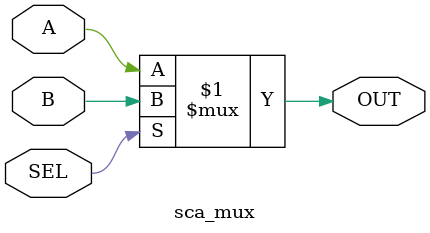
<source format=v>
/******************************************************************************
*** 																        ***
*** ECE 526 L Experiment #6             Jose Luis Martinez, Spring, 2021    ***
***                                                                         ***
*** Experiment 6 - Scalable Mux                                             ***
***                                                                         ***
*******************************************************************************
*** Filename: sca_mux.v       Created by Jose Luis Martinez, March 24, 2021 ***
***                                                                         ***
******************************************************************************/
`timescale 1ns/100ps

module sca_mux(A, B, SEL, OUT);
	parameter SIZE = 1;
	input [SIZE-1:0]A;
	input [SIZE-1:0]B;
	input SEL;
	output [SIZE-1:0]OUT;
	
	assign OUT = SEL ? B : A;
endmodule
</source>
